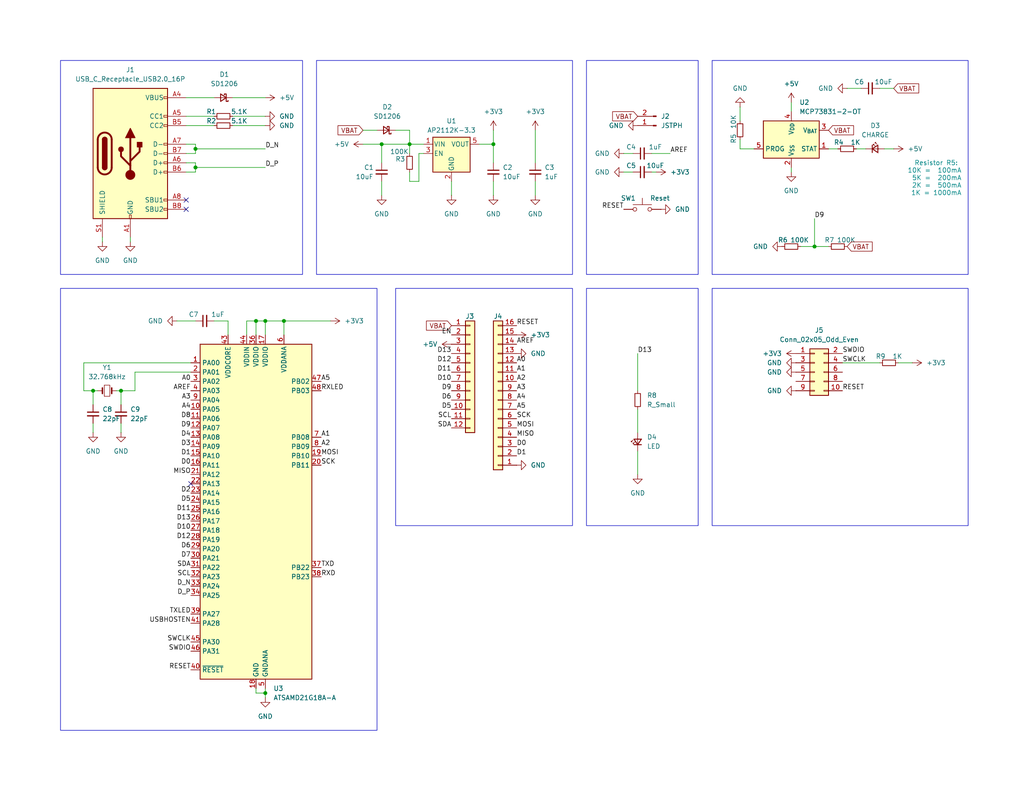
<source format=kicad_sch>
(kicad_sch (version 20231120) (generator "eeschema") (generator_version "8.0")
  (paper "USLetter")
  (title_block (title "Corginator v2 ATSAMD21G18") (date "2024-07-28") (rev "1.0") (company "Hugo Hu"))
  (lib_symbols
    (symbol "Battery_Management:MCP73831-2-OT"
      (property "Reference" "U" (at -7.62 6.35 0))
      (property "Value" "MCP73831-2-OT" (at 1.27 6.35 0))
      (symbol "MCP73831-2-OT_0_1"
        (rectangle (start -7.62 5.08) (end 7.62 -5.08) (stroke (width 0.254)) (fill (type background)))
      )
      (symbol "MCP73831-2-OT_1_1"
        (pin tri_state line (at 10.16 -2.54 180) (length 2.54) (name "STAT") (number "1"))
        (pin power_in line (at 0 -7.62 90) (length 2.54) (name "V_{SS}") (number "2"))
        (pin power_out line (at 10.16 2.54 180) (length 2.54) (name "V_{BAT}") (number "3"))
        (pin power_in line (at 0 7.62 270) (length 2.54) (name "V_{DD}") (number "4"))
        (pin input line (at -10.16 -2.54 0) (length 2.54) (name "PROG") (number "5"))
      )
    )
    (symbol "Connector:Conn_01x02_Pin" (pin_names (offset 1.016) hide)
      (property "Reference" "J" (at 0 2.54 0))
      (property "Value" "Conn_01x02_Pin" (at 0 -5.08 0))
      (symbol "Conn_01x02_Pin_1_1"
        (polyline (pts (xy 1.27 -2.54) (xy 0.8636 -2.54)) (stroke (width 0.1524)))
        (polyline (pts (xy 1.27 0) (xy 0.8636 0)) (stroke (width 0.1524)))
        (rectangle (start 0.8636 -2.413) (end 0 -2.667) (stroke (width 0.1524)) (fill (type outline)))
        (rectangle (start 0.8636 0.127) (end 0 -0.127) (stroke (width 0.1524)) (fill (type outline)))
        (pin passive line (at 5.08 0 180) (length 3.81) (name "Pin_1") (number "1"))
        (pin passive line (at 5.08 -2.54 180) (length 3.81) (name "Pin_2") (number "2"))
      )
    )
    (symbol "Connector:USB_C_Receptacle_USB2.0_16P" (pin_names (offset 1.016))
      (property "Reference" "J" (at 0 22.225 0))
      (property "Value" "USB_C_Receptacle_USB2.0_16P" (at 0 19.685 0))
      (symbol "USB_C_Receptacle_USB2.0_16P_0_0"
        (rectangle (start -0.254 -17.78) (end 0.254 -16.764))
        (rectangle (start 10.16 -14.986) (end 9.144 -15.494))
        (rectangle (start 10.16 -12.446) (end 9.144 -12.954))
        (rectangle (start 10.16 -4.826) (end 9.144 -5.334))
        (rectangle (start 10.16 -2.286) (end 9.144 -2.794))
        (rectangle (start 10.16 0.254) (end 9.144 -0.254))
        (rectangle (start 10.16 2.794) (end 9.144 2.286))
        (rectangle (start 10.16 7.874) (end 9.144 7.366))
        (rectangle (start 10.16 10.414) (end 9.144 9.906))
        (rectangle (start 10.16 15.494) (end 9.144 14.986))
      )
      (symbol "USB_C_Receptacle_USB2.0_16P_0_1"
        (rectangle (start -10.16 17.78) (end 10.16 -17.78) (stroke (width 0.254)) (fill (type background)))
        (arc (start -8.89 -3.81) (mid -6.985 -5.7067) (end -5.08 -3.81) (stroke (width 0.508)))
        (arc (start -7.62 -3.81) (mid -6.985 -4.4423) (end -6.35 -3.81) (stroke (width 0.254)))
        (arc (start -7.62 -3.81) (mid -6.985 -4.4423) (end -6.35 -3.81) (stroke (width 0.254)) (fill (type outline)))
        (rectangle (start -7.62 -3.81) (end -6.35 3.81) (stroke (width 0.254)) (fill (type outline)))
        (arc (start -6.35 3.81) (mid -6.985 4.4423) (end -7.62 3.81) (stroke (width 0.254)))
        (arc (start -6.35 3.81) (mid -6.985 4.4423) (end -7.62 3.81) (stroke (width 0.254)) (fill (type outline)))
        (arc (start -5.08 3.81) (mid -6.985 5.7067) (end -8.89 3.81) (stroke (width 0.508)))
        (circle (center -2.54 1.143) (radius 0.635) (stroke (width 0.254)) (fill (type outline)))
        (circle (center 0 -5.842) (radius 1.27) (fill (type outline)))
        (polyline (pts (xy -8.89 -3.81) (xy -8.89 3.81)) (stroke (width 0.508)))
        (polyline (pts (xy -5.08 3.81) (xy -5.08 -3.81)) (stroke (width 0.508)))
        (polyline (pts (xy 0 -5.842) (xy 0 4.318)) (stroke (width 0.508)))
        (polyline (pts (xy 0 -3.302) (xy -2.54 -0.762) (xy -2.54 0.508)) (stroke (width 0.508)))
        (polyline (pts (xy 0 -2.032) (xy 2.54 0.508) (xy 2.54 1.778)) (stroke (width 0.508)))
        (polyline (pts (xy -1.27 4.318) (xy 0 6.858) (xy 1.27 4.318) (xy -1.27 4.318)) (stroke (width 0.254)) (fill (type outline)))
        (rectangle (start 1.905 1.778) (end 3.175 3.048) (stroke (width 0.254)) (fill (type outline)))
      )
      (symbol "USB_C_Receptacle_USB2.0_16P_1_1"
        (pin passive line (at 0 -22.86 90) (length 5.08) (name "GND") (number "A1"))
        (pin passive line (at 0 -22.86 90) (length 5.08) hide (name "GND") (number "A12"))
        (pin passive line (at 15.24 15.24 180) (length 5.08) (name "VBUS") (number "A4"))
        (pin bidirectional line (at 15.24 10.16 180) (length 5.08) (name "CC1") (number "A5"))
        (pin bidirectional line (at 15.24 -2.54 180) (length 5.08) (name "D+") (number "A6"))
        (pin bidirectional line (at 15.24 2.54 180) (length 5.08) (name "D-") (number "A7"))
        (pin bidirectional line (at 15.24 -12.7 180) (length 5.08) (name "SBU1") (number "A8"))
        (pin passive line (at 15.24 15.24 180) (length 5.08) hide (name "VBUS") (number "A9"))
        (pin passive line (at 0 -22.86 90) (length 5.08) hide (name "GND") (number "B1"))
        (pin passive line (at 0 -22.86 90) (length 5.08) hide (name "GND") (number "B12"))
        (pin passive line (at 15.24 15.24 180) (length 5.08) hide (name "VBUS") (number "B4"))
        (pin bidirectional line (at 15.24 7.62 180) (length 5.08) (name "CC2") (number "B5"))
        (pin bidirectional line (at 15.24 -5.08 180) (length 5.08) (name "D+") (number "B6"))
        (pin bidirectional line (at 15.24 0 180) (length 5.08) (name "D-") (number "B7"))
        (pin bidirectional line (at 15.24 -15.24 180) (length 5.08) (name "SBU2") (number "B8"))
        (pin passive line (at 15.24 15.24 180) (length 5.08) hide (name "VBUS") (number "B9"))
        (pin passive line (at -7.62 -22.86 90) (length 5.08) (name "SHIELD") (number "S1"))
      )
    )
    (symbol "Connector_Generic:Conn_01x12" (pin_names (offset 1.016) hide)
      (property "Reference" "J" (at 0 15.24 0))
      (property "Value" "Conn_01x12" (at 0 -17.78 0))
      (symbol "Conn_01x12_1_1"
        (rectangle (start -1.27 -15.113) (end 0 -15.367) (stroke (width 0.1524)))
        (rectangle (start -1.27 -12.573) (end 0 -12.827) (stroke (width 0.1524)))
        (rectangle (start -1.27 -10.033) (end 0 -10.287) (stroke (width 0.1524)))
        (rectangle (start -1.27 -7.493) (end 0 -7.747) (stroke (width 0.1524)))
        (rectangle (start -1.27 -4.953) (end 0 -5.207) (stroke (width 0.1524)))
        (rectangle (start -1.27 -2.413) (end 0 -2.667) (stroke (width 0.1524)))
        (rectangle (start -1.27 0.127) (end 0 -0.127) (stroke (width 0.1524)))
        (rectangle (start -1.27 2.667) (end 0 2.413) (stroke (width 0.1524)))
        (rectangle (start -1.27 5.207) (end 0 4.953) (stroke (width 0.1524)))
        (rectangle (start -1.27 7.747) (end 0 7.493) (stroke (width 0.1524)))
        (rectangle (start -1.27 10.287) (end 0 10.033) (stroke (width 0.1524)))
        (rectangle (start -1.27 12.827) (end 0 12.573) (stroke (width 0.1524)))
        (rectangle (start -1.27 13.97) (end 1.27 -16.51) (stroke (width 0.254)) (fill (type background)))
        (pin passive line (at -5.08 12.7 0) (length 3.81) (name "Pin_1") (number "1"))
        (pin passive line (at -5.08 -10.16 0) (length 3.81) (name "Pin_10") (number "10"))
        (pin passive line (at -5.08 -12.7 0) (length 3.81) (name "Pin_11") (number "11"))
        (pin passive line (at -5.08 -15.24 0) (length 3.81) (name "Pin_12") (number "12"))
        (pin passive line (at -5.08 10.16 0) (length 3.81) (name "Pin_2") (number "2"))
        (pin passive line (at -5.08 7.62 0) (length 3.81) (name "Pin_3") (number "3"))
        (pin passive line (at -5.08 5.08 0) (length 3.81) (name "Pin_4") (number "4"))
        (pin passive line (at -5.08 2.54 0) (length 3.81) (name "Pin_5") (number "5"))
        (pin passive line (at -5.08 0 0) (length 3.81) (name "Pin_6") (number "6"))
        (pin passive line (at -5.08 -2.54 0) (length 3.81) (name "Pin_7") (number "7"))
        (pin passive line (at -5.08 -5.08 0) (length 3.81) (name "Pin_8") (number "8"))
        (pin passive line (at -5.08 -7.62 0) (length 3.81) (name "Pin_9") (number "9"))
      )
    )
    (symbol "Connector_Generic:Conn_01x16" (pin_names (offset 1.016) hide)
      (property "Reference" "J" (at 0 20.32 0))
      (property "Value" "Conn_01x16" (at 0 -22.86 0))
      (symbol "Conn_01x16_1_1"
        (rectangle (start -1.27 -20.193) (end 0 -20.447) (stroke (width 0.1524)))
        (rectangle (start -1.27 -17.653) (end 0 -17.907) (stroke (width 0.1524)))
        (rectangle (start -1.27 -15.113) (end 0 -15.367) (stroke (width 0.1524)))
        (rectangle (start -1.27 -12.573) (end 0 -12.827) (stroke (width 0.1524)))
        (rectangle (start -1.27 -10.033) (end 0 -10.287) (stroke (width 0.1524)))
        (rectangle (start -1.27 -7.493) (end 0 -7.747) (stroke (width 0.1524)))
        (rectangle (start -1.27 -4.953) (end 0 -5.207) (stroke (width 0.1524)))
        (rectangle (start -1.27 -2.413) (end 0 -2.667) (stroke (width 0.1524)))
        (rectangle (start -1.27 0.127) (end 0 -0.127) (stroke (width 0.1524)))
        (rectangle (start -1.27 2.667) (end 0 2.413) (stroke (width 0.1524)))
        (rectangle (start -1.27 5.207) (end 0 4.953) (stroke (width 0.1524)))
        (rectangle (start -1.27 7.747) (end 0 7.493) (stroke (width 0.1524)))
        (rectangle (start -1.27 10.287) (end 0 10.033) (stroke (width 0.1524)))
        (rectangle (start -1.27 12.827) (end 0 12.573) (stroke (width 0.1524)))
        (rectangle (start -1.27 15.367) (end 0 15.113) (stroke (width 0.1524)))
        (rectangle (start -1.27 17.907) (end 0 17.653) (stroke (width 0.1524)))
        (rectangle (start -1.27 19.05) (end 1.27 -21.59) (stroke (width 0.254)) (fill (type background)))
        (pin passive line (at -5.08 17.78 0) (length 3.81) (name "Pin_1") (number "1"))
        (pin passive line (at -5.08 -5.08 0) (length 3.81) (name "Pin_10") (number "10"))
        (pin passive line (at -5.08 -7.62 0) (length 3.81) (name "Pin_11") (number "11"))
        (pin passive line (at -5.08 -10.16 0) (length 3.81) (name "Pin_12") (number "12"))
        (pin passive line (at -5.08 -12.7 0) (length 3.81) (name "Pin_13") (number "13"))
        (pin passive line (at -5.08 -15.24 0) (length 3.81) (name "Pin_14") (number "14"))
        (pin passive line (at -5.08 -17.78 0) (length 3.81) (name "Pin_15") (number "15"))
        (pin passive line (at -5.08 -20.32 0) (length 3.81) (name "Pin_16") (number "16"))
        (pin passive line (at -5.08 15.24 0) (length 3.81) (name "Pin_2") (number "2"))
        (pin passive line (at -5.08 12.7 0) (length 3.81) (name "Pin_3") (number "3"))
        (pin passive line (at -5.08 10.16 0) (length 3.81) (name "Pin_4") (number "4"))
        (pin passive line (at -5.08 7.62 0) (length 3.81) (name "Pin_5") (number "5"))
        (pin passive line (at -5.08 5.08 0) (length 3.81) (name "Pin_6") (number "6"))
        (pin passive line (at -5.08 2.54 0) (length 3.81) (name "Pin_7") (number "7"))
        (pin passive line (at -5.08 0 0) (length 3.81) (name "Pin_8") (number "8"))
        (pin passive line (at -5.08 -2.54 0) (length 3.81) (name "Pin_9") (number "9"))
      )
    )
    (symbol "Connector_Generic:Conn_02x05_Odd_Even" (pin_names (offset 1.016) hide)
      (property "Reference" "J" (at 1.27 7.62 0))
      (property "Value" "Conn_02x05_Odd_Even" (at 1.27 -7.62 0))
      (symbol "Conn_02x05_Odd_Even_1_1"
        (rectangle (start -1.27 -4.953) (end 0 -5.207) (stroke (width 0.1524)))
        (rectangle (start -1.27 -2.413) (end 0 -2.667) (stroke (width 0.1524)))
        (rectangle (start -1.27 0.127) (end 0 -0.127) (stroke (width 0.1524)))
        (rectangle (start -1.27 2.667) (end 0 2.413) (stroke (width 0.1524)))
        (rectangle (start -1.27 5.207) (end 0 4.953) (stroke (width 0.1524)))
        (rectangle (start -1.27 6.35) (end 3.81 -6.35) (stroke (width 0.254)) (fill (type background)))
        (rectangle (start 3.81 -4.953) (end 2.54 -5.207) (stroke (width 0.1524)))
        (rectangle (start 3.81 -2.413) (end 2.54 -2.667) (stroke (width 0.1524)))
        (rectangle (start 3.81 0.127) (end 2.54 -0.127) (stroke (width 0.1524)))
        (rectangle (start 3.81 2.667) (end 2.54 2.413) (stroke (width 0.1524)))
        (rectangle (start 3.81 5.207) (end 2.54 4.953) (stroke (width 0.1524)))
        (pin passive line (at -5.08 5.08 0) (length 3.81) (name "Pin_1") (number "1"))
        (pin passive line (at 7.62 -5.08 180) (length 3.81) (name "Pin_10") (number "10"))
        (pin passive line (at 7.62 5.08 180) (length 3.81) (name "Pin_2") (number "2"))
        (pin passive line (at -5.08 2.54 0) (length 3.81) (name "Pin_3") (number "3"))
        (pin passive line (at 7.62 2.54 180) (length 3.81) (name "Pin_4") (number "4"))
        (pin passive line (at -5.08 0 0) (length 3.81) (name "Pin_5") (number "5"))
        (pin passive line (at 7.62 0 180) (length 3.81) (name "Pin_6") (number "6"))
        (pin passive line (at -5.08 -2.54 0) (length 3.81) (name "Pin_7") (number "7"))
        (pin passive line (at 7.62 -2.54 180) (length 3.81) (name "Pin_8") (number "8"))
        (pin passive line (at -5.08 -5.08 0) (length 3.81) (name "Pin_9") (number "9"))
      )
    )
    (symbol "Device:C_Small" (pin_numbers hide) (pin_names (offset 0.254) hide)
      (property "Reference" "C" (at 0.254 1.778 0))
      (property "Value" "C_Small" (at 0.254 -2.032 0))
      (symbol "C_Small_0_1"
        (polyline (pts (xy -1.524 -0.508) (xy 1.524 -0.508)) (stroke (width 0.3302)))
        (polyline (pts (xy -1.524 0.508) (xy 1.524 0.508)) (stroke (width 0.3048)))
      )
      (symbol "C_Small_1_1"
        (pin passive line (at 0 2.54 270) (length 2.032) (name "~") (number "1"))
        (pin passive line (at 0 -2.54 90) (length 2.032) (name "~") (number "2"))
      )
    )
    (symbol "Device:Crystal_Small" (pin_numbers hide) (pin_names (offset 1.016) hide)
      (property "Reference" "Y" (at 0 2.54 0))
      (property "Value" "Crystal_Small" (at 0 -2.54 0))
      (symbol "Crystal_Small_0_1"
        (rectangle (start -0.762 -1.524) (end 0.762 1.524))
        (polyline (pts (xy -1.27 -0.762) (xy -1.27 0.762)) (stroke (width 0.381)))
        (polyline (pts (xy 1.27 -0.762) (xy 1.27 0.762)) (stroke (width 0.381)))
      )
      (symbol "Crystal_Small_1_1"
        (pin passive line (at -2.54 0 0) (length 1.27) (name "1") (number "1"))
        (pin passive line (at 2.54 0 180) (length 1.27) (name "2") (number "2"))
      )
    )
    (symbol "Device:D_Schottky_Small" (pin_numbers hide) (pin_names (offset 0.254) hide)
      (property "Reference" "D" (at -1.27 2.032 0))
      (property "Value" "D_Schottky_Small" (at -7.112 -2.032 0))
      (symbol "D_Schottky_Small_0_1"
        (polyline (pts (xy -0.762 0) (xy 0.762 0)))
        (polyline (pts (xy 0.762 -1.016) (xy -0.762 0) (xy 0.762 1.016) (xy 0.762 -1.016)) (stroke (width 0.254)))
        (polyline (pts (xy -1.27 0.762) (xy -1.27 1.016) (xy -0.762 1.016) (xy -0.762 -1.016) (xy -0.254 -1.016) (xy -0.254 -0.762)) (stroke (width 0.254)))
      )
      (symbol "D_Schottky_Small_1_1"
        (pin passive line (at -2.54 0 0) (length 1.778) (name "K") (number "1"))
        (pin passive line (at 2.54 0 180) (length 1.778) (name "A") (number "2"))
      )
    )
    (symbol "Device:LED_Small" (pin_numbers hide) (pin_names (offset 0.254) hide)
      (property "Reference" "D" (at -1.27 3.175 0))
      (property "Value" "LED_Small" (at -4.445 -2.54 0))
      (symbol "LED_Small_0_1"
        (polyline (pts (xy -0.762 -1.016) (xy -0.762 1.016)) (stroke (width 0.254)))
        (polyline (pts (xy 1.016 0) (xy -0.762 0)))
        (polyline (pts (xy 0.762 -1.016) (xy -0.762 0) (xy 0.762 1.016) (xy 0.762 -1.016)) (stroke (width 0.254)))
        (polyline (pts (xy 0 0.762) (xy -0.508 1.27) (xy -0.254 1.27) (xy -0.508 1.27) (xy -0.508 1.016)))
        (polyline (pts (xy 0.508 1.27) (xy 0 1.778) (xy 0.254 1.778) (xy 0 1.778) (xy 0 1.524)))
      )
      (symbol "LED_Small_1_1"
        (pin passive line (at -2.54 0 0) (length 1.778) (name "K") (number "1"))
        (pin passive line (at 2.54 0 180) (length 1.778) (name "A") (number "2"))
      )
    )
    (symbol "Device:R_Small" (pin_numbers hide) (pin_names (offset 0.254) hide)
      (property "Reference" "R" (at 0.762 0.508 0))
      (property "Value" "R_Small" (at 0.762 -1.016 0))
      (symbol "R_Small_0_1"
        (rectangle (start -0.762 1.778) (end 0.762 -1.778) (stroke (width 0.2032)))
      )
      (symbol "R_Small_1_1"
        (pin passive line (at 0 2.54 270) (length 0.762) (name "~") (number "1"))
        (pin passive line (at 0 -2.54 90) (length 0.762) (name "~") (number "2"))
      )
    )
    (symbol "MCU_Microchip_SAMD:ATSAMD21G18A-A"
      (property "Reference" "U" (at -13.97 46.99 0))
      (property "Value" "ATSAMD21G18A-A" (at 16.51 46.99 0))
      (symbol "ATSAMD21G18A-A_0_1"
        (rectangle (start -15.24 45.72) (end 15.24 -45.72) (stroke (width 0.254)) (fill (type background)))
      )
      (symbol "ATSAMD21G18A-A_1_1"
        (pin bidirectional line (at -17.78 40.64 0) (length 2.54) (name "PA00") (number "1"))
        (pin bidirectional line (at -17.78 27.94 0) (length 2.54) (name "PA05") (number "10"))
        (pin bidirectional line (at -17.78 25.4 0) (length 2.54) (name "PA06") (number "11"))
        (pin bidirectional line (at -17.78 22.86 0) (length 2.54) (name "PA07") (number "12"))
        (pin bidirectional line (at -17.78 20.32 0) (length 2.54) (name "PA08") (number "13"))
        (pin bidirectional line (at -17.78 17.78 0) (length 2.54) (name "PA09") (number "14"))
        (pin bidirectional line (at -17.78 15.24 0) (length 2.54) (name "PA10") (number "15"))
        (pin bidirectional line (at -17.78 12.7 0) (length 2.54) (name "PA11") (number "16"))
        (pin power_in line (at 2.54 48.26 270) (length 2.54) (name "VDDIO") (number "17"))
        (pin power_in line (at 0 -48.26 90) (length 2.54) (name "GND") (number "18"))
        (pin bidirectional line (at 17.78 15.24 180) (length 2.54) (name "PB10") (number "19"))
        (pin bidirectional line (at -17.78 38.1 0) (length 2.54) (name "PA01") (number "2"))
        (pin bidirectional line (at 17.78 12.7 180) (length 2.54) (name "PB11") (number "20"))
        (pin bidirectional line (at -17.78 10.16 0) (length 2.54) (name "PA12") (number "21"))
        (pin bidirectional line (at -17.78 7.62 0) (length 2.54) (name "PA13") (number "22"))
        (pin bidirectional line (at -17.78 5.08 0) (length 2.54) (name "PA14") (number "23"))
        (pin bidirectional line (at -17.78 2.54 0) (length 2.54) (name "PA15") (number "24"))
        (pin bidirectional line (at -17.78 0 0) (length 2.54) (name "PA16") (number "25"))
        (pin bidirectional line (at -17.78 -2.54 0) (length 2.54) (name "PA17") (number "26"))
        (pin bidirectional line (at -17.78 -5.08 0) (length 2.54) (name "PA18") (number "27"))
        (pin bidirectional line (at -17.78 -7.62 0) (length 2.54) (name "PA19") (number "28"))
        (pin bidirectional line (at -17.78 -10.16 0) (length 2.54) (name "PA20") (number "29"))
        (pin bidirectional line (at -17.78 35.56 0) (length 2.54) (name "PA02") (number "3"))
        (pin bidirectional line (at -17.78 -12.7 0) (length 2.54) (name "PA21") (number "30"))
        (pin bidirectional line (at -17.78 -15.24 0) (length 2.54) (name "PA22") (number "31"))
        (pin bidirectional line (at -17.78 -17.78 0) (length 2.54) (name "PA23") (number "32"))
        (pin bidirectional line (at -17.78 -20.32 0) (length 2.54) (name "PA24") (number "33"))
        (pin bidirectional line (at -17.78 -22.86 0) (length 2.54) (name "PA25") (number "34"))
        (pin passive line (at 0 -48.26 90) (length 2.54) hide (name "GND") (number "35"))
        (pin power_in line (at 0 48.26 270) (length 2.54) (name "VDDIO") (number "36"))
        (pin bidirectional line (at 17.78 -15.24 180) (length 2.54) (name "PB22") (number "37"))
        (pin bidirectional line (at 17.78 -17.78 180) (length 2.54) (name "PB23") (number "38"))
        (pin bidirectional line (at -17.78 -27.94 0) (length 2.54) (name "PA27") (number "39"))
        (pin bidirectional line (at -17.78 33.02 0) (length 2.54) (name "PA03") (number "4"))
        (pin input line (at -17.78 -43.18 0) (length 2.54) (name "~{RESET}") (number "40"))
        (pin bidirectional line (at -17.78 -30.48 0) (length 2.54) (name "PA28") (number "41"))
        (pin passive line (at 0 -48.26 90) (length 2.54) hide (name "GND") (number "42"))
        (pin power_out line (at -7.62 48.26 270) (length 2.54) (name "VDDCORE") (number "43"))
        (pin power_in line (at -2.54 48.26 270) (length 2.54) (name "VDDIN") (number "44"))
        (pin bidirectional line (at -17.78 -35.56 0) (length 2.54) (name "PA30") (number "45"))
        (pin bidirectional line (at -17.78 -38.1 0) (length 2.54) (name "PA31") (number "46"))
        (pin bidirectional line (at 17.78 35.56 180) (length 2.54) (name "PB02") (number "47"))
        (pin bidirectional line (at 17.78 33.02 180) (length 2.54) (name "PB03") (number "48"))
        (pin power_in line (at 2.54 -48.26 90) (length 2.54) (name "GNDANA") (number "5"))
        (pin power_in line (at 7.62 48.26 270) (length 2.54) (name "VDDANA") (number "6"))
        (pin bidirectional line (at 17.78 20.32 180) (length 2.54) (name "PB08") (number "7"))
        (pin bidirectional line (at 17.78 17.78 180) (length 2.54) (name "PB09") (number "8"))
        (pin bidirectional line (at -17.78 30.48 0) (length 2.54) (name "PA04") (number "9"))
      )
    )
    (symbol "Regulator_Linear:AP2112K-3.3" (pin_names (offset 0.254))
      (property "Reference" "U" (at -5.08 5.715 0))
      (property "Value" "AP2112K-3.3" (at 0 5.715 0))
      (symbol "AP2112K-3.3_0_1"
        (rectangle (start -5.08 4.445) (end 5.08 -5.08) (stroke (width 0.254)) (fill (type background)))
      )
      (symbol "AP2112K-3.3_1_1"
        (pin power_in line (at -7.62 2.54 0) (length 2.54) (name "VIN") (number "1"))
        (pin power_in line (at 0 -7.62 90) (length 2.54) (name "GND") (number "2"))
        (pin input line (at -7.62 0 0) (length 2.54) (name "EN") (number "3"))
        (pin no_connect line (at 5.08 0 180) (length 2.54) hide (name "NC") (number "4"))
        (pin power_out line (at 7.62 2.54 180) (length 2.54) (name "VOUT") (number "5"))
      )
    )
    (symbol "Switch:SW_Push" (pin_numbers hide) (pin_names (offset 1.016) hide)
      (property "Reference" "SW" (at 1.27 2.54 0))
      (property "Value" "SW_Push" (at 0 -1.524 0))
      (symbol "SW_Push_0_1"
        (circle (center -2.032 0) (radius 0.508))
        (polyline (pts (xy 0 1.27) (xy 0 3.048)))
        (polyline (pts (xy 2.54 1.27) (xy -2.54 1.27)))
        (circle (center 2.032 0) (radius 0.508))
        (pin passive line (at -5.08 0 0) (length 2.54) (name "1") (number "1"))
        (pin passive line (at 5.08 0 180) (length 2.54) (name "2") (number "2"))
      )
    )
    (symbol "power:+3V3" (power) (pin_numbers hide) (pin_names (offset 0) hide)
      (property "Value" "+3V3" (at 0 3.556 0))
      (symbol "+3V3_0_1"
        (polyline (pts (xy -0.762 1.27) (xy 0 2.54)))
        (polyline (pts (xy 0 0) (xy 0 2.54)))
        (polyline (pts (xy 0 2.54) (xy 0.762 1.27)))
      )
      (symbol "+3V3_1_1"
        (pin power_in line (at 0 0 90) (length 0) (name "~") (number "1"))
      )
    )
    (symbol "power:+5V" (power) (pin_numbers hide) (pin_names (offset 0) hide)
      (property "Value" "+5V" (at 0 3.556 0))
      (symbol "+5V_0_1"
        (polyline (pts (xy -0.762 1.27) (xy 0 2.54)))
        (polyline (pts (xy 0 0) (xy 0 2.54)))
        (polyline (pts (xy 0 2.54) (xy 0.762 1.27)))
      )
      (symbol "+5V_1_1"
        (pin power_in line (at 0 0 90) (length 0) (name "~") (number "1"))
      )
    )
    (symbol "power:GND" (power) (pin_numbers hide) (pin_names (offset 0) hide)
      (property "Value" "GND" (at 0 -3.81 0))
      (symbol "GND_0_1"
        (polyline (pts (xy 0 0) (xy 0 -1.27) (xy 1.27 -1.27) (xy 0 -2.54) (xy -1.27 -1.27) (xy 0 -1.27)))
      )
      (symbol "GND_1_1"
        (pin power_in line (at 0 0 270) (length 0) (name "~") (number "1"))
      )
    )
  )
  (junction (at 222.25 67.31))
  (junction (at 33.02 106.68))
  (junction (at 72.39 189.23))
  (junction (at 104.14 39.37))
  (junction (at 53.34 45.72))
  (junction (at 25.4 106.68))
  (junction (at 72.39 87.63))
  (junction (at 134.62 39.37))
  (junction (at 111.76 39.37))
  (junction (at 69.85 87.63))
  (junction (at 77.47 87.63))
  (junction (at 53.34 40.64))
  (no_connect (at 50.8 54.61))
  (no_connect (at 52.07 132.08))
  (no_connect (at 50.8 57.15))
  (wire (pts (xy 25.4 118.11) (xy 25.4 115.57)))
  (wire (pts (xy 53.34 44.45) (xy 53.34 45.72)))
  (wire (pts (xy 27.94 66.04) (xy 27.94 64.77)))
  (wire (pts (xy 33.02 118.11) (xy 33.02 115.57)))
  (wire (pts (xy 231.14 24.13) (xy 234.95 24.13)))
  (wire (pts (xy 114.3 41.91) (xy 114.3 49.53)))
  (wire (pts (xy 50.8 26.67) (xy 58.42 26.67)))
  (wire (pts (xy 146.05 35.56) (xy 146.05 44.45)))
  (wire (pts (xy 53.34 39.37) (xy 53.34 40.64)))
  (wire (pts (xy 215.9 27.94) (xy 215.9 30.48)))
  (wire (pts (xy 50.8 31.75) (xy 58.42 31.75)))
  (wire (pts (xy 33.02 106.68) (xy 33.02 110.49)))
  (wire (pts (xy 69.85 87.63) (xy 72.39 87.63)))
  (wire (pts (xy 170.18 41.91) (xy 172.72 41.91)))
  (wire (pts (xy 50.8 44.45) (xy 53.34 44.45)))
  (wire (pts (xy 115.57 41.91) (xy 114.3 41.91)))
  (wire (pts (xy 173.99 96.52) (xy 173.99 106.68)))
  (wire (pts (xy 170.18 46.99) (xy 172.72 46.99)))
  (wire (pts (xy 173.99 129.54) (xy 173.99 123.19)))
  (wire (pts (xy 72.39 87.63) (xy 77.47 87.63)))
  (wire (pts (xy 63.5 26.67) (xy 72.39 26.67)))
  (wire (pts (xy 233.68 40.64) (xy 236.22 40.64)))
  (wire (pts (xy 243.84 40.64) (xy 241.3 40.64)))
  (wire (pts (xy 215.9 46.99) (xy 215.9 45.72)))
  (wire (pts (xy 25.4 106.68) (xy 25.4 110.49)))
  (wire (pts (xy 50.8 39.37) (xy 53.34 39.37)))
  (wire (pts (xy 36.83 106.68) (xy 36.83 101.6)))
  (wire (pts (xy 35.56 66.04) (xy 35.56 64.77)))
  (wire (pts (xy 134.62 39.37) (xy 134.62 44.45)))
  (wire (pts (xy 25.4 106.68) (xy 26.67 106.68)))
  (wire (pts (xy 177.8 46.99) (xy 179.07 46.99)))
  (wire (pts (xy 218.44 67.31) (xy 222.25 67.31)))
  (wire (pts (xy 53.34 41.91) (xy 50.8 41.91)))
  (wire (pts (xy 104.14 49.53) (xy 104.14 53.34)))
  (wire (pts (xy 104.14 39.37) (xy 111.76 39.37)))
  (wire (pts (xy 134.62 35.56) (xy 134.62 39.37)))
  (wire (pts (xy 104.14 39.37) (xy 104.14 44.45)))
  (wire (pts (xy 50.8 34.29) (xy 58.42 34.29)))
  (wire (pts (xy 123.19 53.34) (xy 123.19 49.53)))
  (wire (pts (xy 33.02 106.68) (xy 36.83 106.68)))
  (wire (pts (xy 111.76 49.53) (xy 111.76 46.99)))
  (wire (pts (xy 177.8 41.91) (xy 182.88 41.91)))
  (wire (pts (xy 62.23 91.44) (xy 62.23 87.63)))
  (wire (pts (xy 72.39 87.63) (xy 72.39 91.44)))
  (wire (pts (xy 111.76 35.56) (xy 111.76 39.37)))
  (wire (pts (xy 114.3 49.53) (xy 111.76 49.53)))
  (wire (pts (xy 31.75 106.68) (xy 33.02 106.68)))
  (wire (pts (xy 53.34 45.72) (xy 53.34 46.99)))
  (wire (pts (xy 99.06 35.56) (xy 102.87 35.56)))
  (wire (pts (xy 173.99 111.76) (xy 173.99 118.11)))
  (wire (pts (xy 134.62 53.34) (xy 134.62 49.53)))
  (wire (pts (xy 201.93 40.64) (xy 205.74 40.64)))
  (wire (pts (xy 222.25 67.31) (xy 226.06 67.31)))
  (wire (pts (xy 248.92 99.06) (xy 245.11 99.06)))
  (wire (pts (xy 107.95 35.56) (xy 111.76 35.56)))
  (wire (pts (xy 99.06 39.37) (xy 104.14 39.37)))
  (wire (pts (xy 67.31 91.44) (xy 67.31 87.63)))
  (wire (pts (xy 69.85 87.63) (xy 69.85 91.44)))
  (wire (pts (xy 69.85 189.23) (xy 72.39 189.23)))
  (wire (pts (xy 240.03 24.13) (xy 243.84 24.13)))
  (wire (pts (xy 63.5 31.75) (xy 72.39 31.75)))
  (wire (pts (xy 111.76 39.37) (xy 111.76 41.91)))
  (wire (pts (xy 63.5 34.29) (xy 72.39 34.29)))
  (wire (pts (xy 72.39 190.5) (xy 72.39 189.23)))
  (wire (pts (xy 229.87 99.06) (xy 240.03 99.06)))
  (wire (pts (xy 226.06 40.64) (xy 228.6 40.64)))
  (wire (pts (xy 53.34 40.64) (xy 53.34 41.91)))
  (wire (pts (xy 53.34 40.64) (xy 72.39 40.64)))
  (wire (pts (xy 50.8 46.99) (xy 53.34 46.99)))
  (wire (pts (xy 67.31 87.63) (xy 69.85 87.63)))
  (wire (pts (xy 201.93 29.21) (xy 201.93 33.02)))
  (wire (pts (xy 222.25 59.69) (xy 222.25 67.31)))
  (wire (pts (xy 111.76 39.37) (xy 115.57 39.37)))
  (wire (pts (xy 53.34 45.72) (xy 72.39 45.72)))
  (wire (pts (xy 58.42 87.63) (xy 62.23 87.63)))
  (wire (pts (xy 52.07 99.06) (xy 22.86 99.06)))
  (wire (pts (xy 22.86 99.06) (xy 22.86 106.68)))
  (wire (pts (xy 77.47 87.63) (xy 90.17 87.63)))
  (wire (pts (xy 201.93 38.1) (xy 201.93 40.64)))
  (wire (pts (xy 69.85 187.96) (xy 69.85 189.23)))
  (wire (pts (xy 22.86 106.68) (xy 25.4 106.68)))
  (wire (pts (xy 130.81 39.37) (xy 134.62 39.37)))
  (wire (pts (xy 36.83 101.6) (xy 52.07 101.6)))
  (wire (pts (xy 48.26 87.63) (xy 53.34 87.63)))
  (wire (pts (xy 77.47 87.63) (xy 77.47 91.44)))
  (wire (pts (xy 72.39 189.23) (xy 72.39 187.96)))
  (wire (pts (xy 146.05 49.53) (xy 146.05 53.34)))
  (rectangle (start 160.02 16.51) (end 190.5 74.93))
  (rectangle (start 86.36 16.51) (end 156.21 74.93))
  (rectangle (start 194.31 78.74) (end 264.16 143.51))
  (rectangle (start 160.02 78.74) (end 190.5 143.51))
  (rectangle (start 107.95 78.74) (end 156.21 143.51))
  (rectangle (start 16.51 16.51) (end 82.55 74.93))
  (rectangle (start 16.51 78.74) (end 102.87 199.39))
  (rectangle (start 194.31 16.51) (end 264.16 74.93))
  (text "  Resistor R5: \n10K =  100mA\n 5K =  200mA\n 2K =  500mA\n 1K = 1000mA" (at 262.382 48.768 0) (effects (font (size 1.27 1.27)) (justify right)))
  (label "A0" (at 52.07 104.14 180))
  (label "SWCLK" (at 52.07 175.26 180))
  (label "D10" (at 52.07 144.78 180))
  (label "D7" (at 52.07 152.4 180))
  (label "D13" (at 52.07 142.24 180))
  (label "MOSI" (at 140.97 116.84 0))
  (label "D_P" (at 72.39 45.72 0))
  (label "D9" (at 123.19 106.68 180))
  (label "D8" (at 52.07 114.3 180))
  (label "D0" (at 140.97 121.92 0))
  (label "A0" (at 140.97 99.06 0))
  (label "SWCLK" (at 229.87 99.06 0))
  (label "RESET" (at 170.18 57.15 180))
  (label "D1" (at 52.07 124.46 180))
  (label "D13" (at 173.99 96.52 0))
  (label "A1" (at 87.63 119.38 0))
  (label "SDA" (at 52.07 154.94 180))
  (label "D13" (at 123.19 96.52 180))
  (label "A4" (at 140.97 109.22 0))
  (label "TXD" (at 87.63 154.94 0))
  (label "D1" (at 140.97 124.46 0))
  (label "SCK" (at 87.63 127 0))
  (label "D11" (at 123.19 101.6 180))
  (label "MISO" (at 52.07 129.54 180))
  (label "D5" (at 123.19 111.76 180))
  (label "AREF" (at 52.07 106.68 180))
  (label "A4" (at 52.07 111.76 180))
  (label "D_N" (at 72.39 40.64 0))
  (label "D11" (at 52.07 139.7 180))
  (label "A2" (at 140.97 104.14 0))
  (label "D2" (at 52.07 134.62 180))
  (label "D4" (at 52.07 119.38 180))
  (label "D_N" (at 52.07 160.02 180))
  (label "A2" (at 87.63 121.92 0))
  (label "SDA" (at 123.19 116.84 180))
  (label "AREF" (at 182.88 41.91 0))
  (label "AREF" (at 140.97 93.98 0))
  (label "RESET" (at 52.07 182.88 180))
  (label "MISO" (at 140.97 119.38 0))
  (label "A1" (at 140.97 101.6 0))
  (label "RESET" (at 229.87 106.68 0))
  (label "RESET" (at 140.97 88.9 0))
  (label "D12" (at 52.07 147.32 180))
  (label "D12" (at 123.19 99.06 180))
  (label "SWDIO" (at 52.07 177.8 180))
  (label "SCL" (at 52.07 157.48 180))
  (label "SWDIO" (at 229.87 96.52 0))
  (label "A5" (at 140.97 111.76 0))
  (label "SCL" (at 123.19 114.3 180))
  (label "USBHOSTEN" (at 52.07 170.18 180))
  (label "MOSI" (at 87.63 124.46 0))
  (label "D9" (at 52.07 116.84 180))
  (label "SCK" (at 140.97 114.3 0))
  (label "D9" (at 222.25 59.69 0))
  (label "D10" (at 123.19 104.14 180))
  (label "RXD" (at 87.63 157.48 0))
  (label "EN" (at 123.19 91.44 180))
  (label "D0" (at 52.07 127 180))
  (label "D3" (at 52.07 121.92 180))
  (label "D_P" (at 52.07 162.56 180))
  (label "A5" (at 87.63 104.14 0))
  (label "A3" (at 140.97 106.68 0))
  (label "TXLED" (at 52.07 167.64 180))
  (label "A3" (at 52.07 109.22 180))
  (label "D6" (at 123.19 109.22 180))
  (label "D5" (at 52.07 137.16 180))
  (label "RXLED" (at 87.63 106.68 0))
  (label "D6" (at 52.07 149.86 180))
  (global_label "VBAT" (shape input) (at 226.06 35.56 0) (property "Intersheetrefs" "${INTERSHEET_REFS}" (effects (hide yes))))
  (global_label "VBAT" (shape input) (at 243.84 24.13 0) (property "Intersheetrefs" "${INTERSHEET_REFS}" (effects (hide yes))))
  (global_label "VBAT" (shape input) (at 99.06 35.56 180) (property "Intersheetrefs" "${INTERSHEET_REFS}" (effects (hide yes))))
  (global_label "VBAT" (shape input) (at 231.14 67.31 0) (property "Intersheetrefs" "${INTERSHEET_REFS}" (effects (hide yes))))
  (global_label "VBAT" (shape input) (at 173.99 31.75 180) (property "Intersheetrefs" "${INTERSHEET_REFS}" (effects (hide yes))))
  (global_label "VBAT" (shape input) (at 123.19 88.9 180) (property "Intersheetrefs" "${INTERSHEET_REFS}" (effects (hide yes))))
  (symbol (lib_id "power:GND") (at 217.17 99.06 270) (unit 1)
    (property "Reference" "#PWR033" (effects (hide yes)))
    (property "Value" "GND" (at 213.36 99.0599 90) (effects (justify right)))
    (property "Description" "Power symbol creates a global label with name \"GND\" , ground" (effects (hide yes)))
  )
  (symbol (lib_id "power:+3V3") (at 134.62 35.56 0) (unit 1)
    (property "Reference" "#PWR010" (effects (hide yes)))
    (property "Value" "+3V3" (at 134.62 30.48 0))
    (property "Description" "Power symbol creates a global label with name \"+3V3\"" (effects (hide yes)))
  )
  (symbol (lib_id "power:GND") (at 215.9 46.99 0) (unit 1)
    (property "Reference" "#PWR022" (effects (hide yes)))
    (property "Value" "GND" (at 215.9 52.07 0))
    (property "Description" "Power symbol creates a global label with name \"GND\" , ground" (effects (hide yes)))
  )
  (symbol (lib_id "power:GND") (at 140.97 96.52 90) (unit 1)
    (property "Reference" "#PWR029" (effects (hide yes)))
    (property "Value" "GND" (at 144.78 96.5199 90) (effects (justify right)))
    (property "Description" "Power symbol creates a global label with name \"GND\" , ground" (effects (hide yes)))
  )
  (symbol (lib_id "power:GND") (at 72.39 34.29 90) (unit 1)
    (property "Reference" "#PWR03" (effects (hide yes)))
    (property "Value" "GND" (at 76.2 34.2899 90) (effects (justify right)))
    (property "Description" "Power symbol creates a global label with name \"GND\" , ground" (effects (hide yes)))
  )
  (symbol (lib_id "power:GND") (at 170.18 41.91 270) (unit 1)
    (property "Reference" "#PWR014" (effects (hide yes)))
    (property "Value" "GND" (at 166.37 41.9099 90) (effects (justify right)))
    (property "Description" "Power symbol creates a global label with name \"GND\" , ground" (effects (hide yes)))
  )
  (symbol (lib_id "power:+3V3") (at 179.07 46.99 270) (unit 1)
    (property "Reference" "#PWR015" (effects (hide yes)))
    (property "Value" "+3V3" (at 182.88 46.9899 90) (effects (justify left)))
    (property "Description" "Power symbol creates a global label with name \"+3V3\"" (effects (hide yes)))
  )
  (symbol (lib_id "Device:Crystal_Small") (at 29.21 106.68 180) (unit 1)
    (property "Reference" "Y1" (at 29.21 100.33 0))
    (property "Value" "32.768kHz" (at 29.21 102.87 0))
    (property "Footprint" "Crystal:Crystal_Round_D3.0mm_Vertical" (effects (hide yes)))
    (property "Description" "Two pin crystal, small symbol" (effects (hide yes)))
  )
  (symbol (lib_id "Device:C_Small") (at 25.4 113.03 0) (unit 1)
    (property "Reference" "C8" (at 27.94 111.7662 0) (effects (justify left)))
    (property "Value" "22pF" (at 27.94 114.3062 0) (effects (justify left)))
    (property "Footprint" "Capacitor_SMD:C_0603_1608Metric_Pad1.08x0.95mm_HandSolder" (effects (hide yes)))
    (property "Description" "Unpolarized capacitor, small symbol" (effects (hide yes)))
  )
  (symbol (lib_id "power:GND") (at 217.17 106.68 270) (unit 1)
    (property "Reference" "#PWR035" (effects (hide yes)))
    (property "Value" "GND" (at 213.36 106.6799 90) (effects (justify right)))
    (property "Description" "Power symbol creates a global label with name \"GND\" , ground" (effects (hide yes)))
  )
  (symbol (lib_id "power:GND") (at 123.19 53.34 0) (unit 1)
    (property "Reference" "#PWR08" (effects (hide yes)))
    (property "Value" "GND" (at 123.19 58.42 0))
    (property "Description" "Power symbol creates a global label with name \"GND\" , ground" (effects (hide yes)))
  )
  (symbol (lib_id "Device:LED_Small") (at 238.76 40.64 0) (unit 1)
    (property "Reference" "D3" (at 238.8235 34.29 0))
    (property "Value" "CHARGE" (at 238.8235 36.83 0))
    (property "Footprint" "LED_SMD:LED_0603_1608Metric_Pad1.05x0.95mm_HandSolder" (effects (hide yes)))
    (property "Description" "Light emitting diode, small symbol" (effects (hide yes)))
  )
  (symbol (lib_id "Device:C_Small") (at 134.62 46.99 0) (unit 1)
    (property "Reference" "C2" (at 137.16 45.7262 0) (effects (justify left)))
    (property "Value" "10uF" (at 137.16 48.2662 0) (effects (justify left)))
    (property "Footprint" "Capacitor_SMD:C_0603_1608Metric_Pad1.08x0.95mm_HandSolder" (effects (hide yes)))
    (property "Description" "Unpolarized capacitor, small symbol" (effects (hide yes)))
  )
  (symbol (lib_id "power:GND") (at 180.34 57.15 90) (unit 1)
    (property "Reference" "#PWR017" (effects (hide yes)))
    (property "Value" "GND" (at 184.15 57.1499 90) (effects (justify right)))
    (property "Description" "Power symbol creates a global label with name \"GND\" , ground" (effects (hide yes)))
  )
  (symbol (lib_id "Device:D_Schottky_Small") (at 60.96 26.67 180) (unit 1)
    (property "Reference" "D1" (at 61.214 20.32 0))
    (property "Value" "SD1206" (at 61.214 22.86 0))
    (property "Footprint" "Diode_SMD:D_1206_3216Metric_Pad1.42x1.75mm_HandSolder" (effects (hide yes)))
    (property "Description" "Schottky diode, small symbol" (effects (hide yes)))
  )
  (symbol (lib_id "Device:LED_Small") (at 173.99 120.65 90) (unit 1)
    (property "Reference" "D4" (at 176.53 119.3164 90) (effects (justify right)))
    (property "Value" "LED" (at 176.53 121.8564 90) (effects (justify right)))
    (property "Footprint" "LED_SMD:LED_0805_2012Metric_Pad1.15x1.40mm_HandSolder" (effects (hide yes)))
    (property "Description" "Light emitting diode, small symbol" (effects (hide yes)))
  )
  (symbol (lib_id "power:+5V") (at 99.06 39.37 90) (unit 1)
    (property "Reference" "#PWR06" (effects (hide yes)))
    (property "Value" "+5V" (at 95.25 39.3699 90) (effects (justify left)))
    (property "Description" "Power symbol creates a global label with name \"+5V\"" (effects (hide yes)))
  )
  (symbol (lib_id "power:+3V3") (at 146.05 35.56 0) (unit 1)
    (property "Reference" "#PWR011" (effects (hide yes)))
    (property "Value" "+3V3" (at 146.05 30.48 0))
    (property "Description" "Power symbol creates a global label with name \"+3V3\"" (effects (hide yes)))
  )
  (symbol (lib_id "Regulator_Linear:AP2112K-3.3") (at 123.19 41.91 0) (unit 1)
    (property "Reference" "U1" (at 123.19 33.02 0))
    (property "Value" "AP2112K-3.3" (at 123.19 35.56 0))
    (property "Footprint" "Package_TO_SOT_SMD:SOT-23-5" (effects (hide yes)))
    (property "Datasheet" "https://www.diodes.com/assets/Datasheets/AP2112.pdf" (effects (hide yes)))
    (property "Description" "600mA low dropout linear regulator, with enable pin, 3.8V-6V input voltage range, 3.3V fixed positive output, SOT-23-5" (effects (hide yes)))
  )
  (symbol (lib_id "power:GND") (at 213.36 67.31 270) (unit 1)
    (property "Reference" "#PWR023" (effects (hide yes)))
    (property "Value" "GND" (at 209.55 67.3099 90) (effects (justify right)))
    (property "Description" "Power symbol creates a global label with name \"GND\" , ground" (effects (hide yes)))
  )
  (symbol (lib_id "power:GND") (at 134.62 53.34 0) (unit 1)
    (property "Reference" "#PWR09" (effects (hide yes)))
    (property "Value" "GND" (at 134.62 58.42 0))
    (property "Description" "Power symbol creates a global label with name \"GND\" , ground" (effects (hide yes)))
  )
  (symbol (lib_id "power:GND") (at 72.39 190.5 0) (unit 1)
    (property "Reference" "#PWR026" (effects (hide yes)))
    (property "Value" "GND" (at 72.39 195.58 0))
    (property "Description" "Power symbol creates a global label with name \"GND\" , ground" (effects (hide yes)))
  )
  (symbol (lib_id "Device:D_Schottky_Small") (at 105.41 35.56 180) (unit 1)
    (property "Reference" "D2" (at 105.664 29.21 0))
    (property "Value" "SD1206" (at 105.664 31.75 0))
    (property "Footprint" "Diode_SMD:D_1206_3216Metric_Pad1.42x1.75mm_HandSolder" (effects (hide yes)))
    (property "Description" "Schottky diode, small symbol" (effects (hide yes)))
  )
  (symbol (lib_id "Device:R_Small") (at 228.6 67.31 90) (unit 1)
    (property "Reference" "R7" (at 226.314 65.532 90))
    (property "Value" "100K" (at 230.886 65.532 90))
    (property "Footprint" "Resistor_SMD:R_0603_1608Metric_Pad0.98x0.95mm_HandSolder" (effects (hide yes)))
    (property "Description" "Resistor, small symbol" (effects (hide yes)))
  )
  (symbol (lib_id "Switch:SW_Push") (at 175.26 57.15 0) (unit 1)
    (property "Reference" "SW1" (at 171.45 54.102 0))
    (property "Value" "Reset" (at 180.086 54.102 0))
    (property "Footprint" "Button_Switch_SMD:SW_SPST_PTS645" (effects (hide yes)))
    (property "Description" "Push button switch, generic, two pins" (effects (hide yes)))
  )
  (symbol (lib_id "Connector:USB_C_Receptacle_USB2.0_16P") (at 35.56 41.91 0) (unit 1)
    (property "Reference" "J1" (at 35.56 19.05 0))
    (property "Value" "USB_C_Receptacle_USB2.0_16P" (at 35.56 21.59 0))
    (property "Footprint" "Connector_USB:USB_C_Receptacle_HRO_TYPE-C-31-M-12" (effects (hide yes)))
    (property "Datasheet" "https://www.usb.org/sites/default/files/documents/usb_type-c.zip" (effects (hide yes)))
    (property "Description" "USB 2.0-only 16P Type-C Receptacle connector" (effects (hide yes)))
  )
  (symbol (lib_id "power:GND") (at 25.4 118.11 0) (unit 1)
    (property "Reference" "#PWR038" (effects (hide yes)))
    (property "Value" "GND" (at 25.4 123.19 0))
    (property "Description" "Power symbol creates a global label with name \"GND\" , ground" (effects (hide yes)))
  )
  (symbol (lib_id "Device:R_Small") (at 60.96 31.75 90) (unit 1)
    (property "Reference" "R1" (at 57.658 30.48 90))
    (property "Value" "5.1K" (at 65.278 30.48 90))
    (property "Footprint" "Resistor_SMD:R_0603_1608Metric_Pad0.98x0.95mm_HandSolder" (effects (hide yes)))
    (property "Description" "Resistor, small symbol" (effects (hide yes)))
  )
  (symbol (lib_id "power:+3V3") (at 140.97 91.44 270) (unit 1)
    (property "Reference" "#PWR028" (effects (hide yes)))
    (property "Value" "+3V3" (at 144.78 91.4399 90) (effects (justify left)))
    (property "Description" "Power symbol creates a global label with name \"+3V3\"" (effects (hide yes)))
  )
  (symbol (lib_id "Device:R_Small") (at 242.57 99.06 90) (unit 1)
    (property "Reference" "R9" (at 240.284 97.282 90))
    (property "Value" "1K" (at 244.856 97.282 90))
    (property "Footprint" "Resistor_SMD:R_0603_1608Metric_Pad0.98x0.95mm_HandSolder" (effects (hide yes)))
    (property "Description" "Resistor, small symbol" (effects (hide yes)))
  )
  (symbol (lib_id "power:GND") (at 35.56 66.04 0) (unit 1)
    (property "Reference" "#PWR04" (effects (hide yes)))
    (property "Value" "GND" (at 35.56 71.12 0))
    (property "Description" "Power symbol creates a global label with name \"GND\" , ground" (effects (hide yes)))
  )
  (symbol (lib_id "Device:R_Small") (at 215.9 67.31 90) (unit 1)
    (property "Reference" "R6" (at 213.614 65.532 90))
    (property "Value" "100K" (at 218.186 65.532 90))
    (property "Footprint" "Resistor_SMD:R_0603_1608Metric_Pad0.98x0.95mm_HandSolder" (effects (hide yes)))
    (property "Description" "Resistor, small symbol" (effects (hide yes)))
  )
  (symbol (lib_id "Connector:Conn_01x02_Pin") (at 179.07 34.29 180) (unit 1)
    (property "Reference" "J2" (at 180.34 31.7499 0) (effects (justify right)))
    (property "Value" "JSTPH" (at 180.34 34.2899 0) (effects (justify right)))
    (property "Footprint" "Connector_JST:JST_PH_B2B-PH-SM4-TB_1x02-1MP_P2.00mm_Vertical" (effects (hide yes)))
    (property "Description" "Generic connector, single row, 01x02, script generated" (effects (hide yes)))
  )
  (symbol (lib_id "Battery_Management:MCP73831-2-OT") (at 215.9 38.1 0) (unit 1)
    (property "Reference" "U2" (at 218.0941 27.94 0) (effects (justify left)))
    (property "Value" "MCP73831-2-OT" (at 218.0941 30.48 0) (effects (justify left)))
    (property "Footprint" "Package_TO_SOT_SMD:SOT-23-5" (effects (hide yes)))
    (property "Datasheet" "http://ww1.microchip.com/downloads/en/DeviceDoc/20001984g.pdf" (effects (hide yes)))
    (property "Description" "Single cell, Li-Ion/Li-Po charge management controller, 4.20V, Tri-State Status Output, in SOT23-5 package" (effects (hide yes)))
  )
  (symbol (lib_id "Device:C_Small") (at 33.02 113.03 0) (unit 1)
    (property "Reference" "C9" (at 35.56 111.7662 0) (effects (justify left)))
    (property "Value" "22pF" (at 35.56 114.3062 0) (effects (justify left)))
    (property "Footprint" "Capacitor_SMD:C_0603_1608Metric_Pad1.08x0.95mm_HandSolder" (effects (hide yes)))
    (property "Description" "Unpolarized capacitor, small symbol" (effects (hide yes)))
  )
  (symbol (lib_id "power:+3V3") (at 217.17 96.52 90) (unit 1)
    (property "Reference" "#PWR032" (effects (hide yes)))
    (property "Value" "+3V3" (at 213.36 96.5199 90) (effects (justify left)))
    (property "Description" "Power symbol creates a global label with name \"+3V3\"" (effects (hide yes)))
  )
  (symbol (lib_id "Device:R_Small") (at 231.14 40.64 90) (unit 1)
    (property "Reference" "R4" (at 228.854 38.862 90))
    (property "Value" "1K" (at 233.426 38.862 90))
    (property "Footprint" "Resistor_SMD:R_0603_1608Metric_Pad0.98x0.95mm_HandSolder" (effects (hide yes)))
    (property "Description" "Resistor, small symbol" (effects (hide yes)))
  )
  (symbol (lib_id "power:+3V3") (at 90.17 87.63 270) (unit 1)
    (property "Reference" "#PWR025" (effects (hide yes)))
    (property "Value" "+3V3" (at 93.98 87.6299 90) (effects (justify left)))
    (property "Description" "Power symbol creates a global label with name \"+3V3\"" (effects (hide yes)))
  )
  (symbol (lib_id "power:GND") (at 33.02 118.11 0) (unit 1)
    (property "Reference" "#PWR037" (effects (hide yes)))
    (property "Value" "GND" (at 33.02 123.19 0))
    (property "Description" "Power symbol creates a global label with name \"GND\" , ground" (effects (hide yes)))
  )
  (symbol (lib_id "power:GND") (at 173.99 129.54 0) (unit 1)
    (property "Reference" "#PWR031" (effects (hide yes)))
    (property "Value" "GND" (at 173.99 134.62 0))
    (property "Description" "Power symbol creates a global label with name \"GND\" , ground" (effects (hide yes)))
  )
  (symbol (lib_id "Device:R_Small") (at 173.99 109.22 0) (unit 1)
    (property "Reference" "R8" (at 176.53 107.9499 0) (effects (justify left)))
    (property "Value" "R_Small" (at 176.53 110.4899 0) (effects (justify left)))
    (property "Footprint" "Resistor_SMD:R_0603_1608Metric_Pad0.98x0.95mm_HandSolder" (effects (hide yes)))
    (property "Description" "Resistor, small symbol" (effects (hide yes)))
  )
  (symbol (lib_id "Device:C_Small") (at 55.88 87.63 90) (unit 1)
    (property "Reference" "C7" (at 52.832 85.852 90))
    (property "Value" "1uF" (at 59.436 85.852 90))
    (property "Footprint" "Capacitor_SMD:C_0603_1608Metric_Pad1.08x0.95mm_HandSolder" (effects (hide yes)))
    (property "Description" "Unpolarized capacitor, small symbol" (effects (hide yes)))
  )
  (symbol (lib_id "power:GND") (at 146.05 53.34 0) (unit 1)
    (property "Reference" "#PWR012" (effects (hide yes)))
    (property "Value" "GND" (at 146.05 58.42 0))
    (property "Description" "Power symbol creates a global label with name \"GND\" , ground" (effects (hide yes)))
  )
  (symbol (lib_id "MCU_Microchip_SAMD:ATSAMD21G18A-A") (at 69.85 139.7 0) (unit 1)
    (property "Reference" "U3" (at 74.5841 187.96 0) (effects (justify left)))
    (property "Value" "ATSAMD21G18A-A" (at 74.5841 190.5 0) (effects (justify left)))
    (property "Footprint" "Package_QFP:TQFP-48_7x7mm_P0.5mm" (effects (hide yes)))
    (property "Datasheet" "http://ww1.microchip.com/downloads/en/DeviceDoc/SAM_D21_DA1_Family_Data%20Sheet_DS40001882E.pdf" (effects (hide yes)))
    (property "Description" "SAM D21 Microchip SMART ARM-based Flash MCU, 48Mhz, 256K Flash, 32K SRAM, TQFP-48" (effects (hide yes)))
  )
  (symbol (lib_id "Device:C_Small") (at 175.26 41.91 90) (unit 1)
    (property "Reference" "C4" (at 172.212 40.132 90))
    (property "Value" "1uF" (at 178.816 40.132 90))
    (property "Footprint" "Capacitor_SMD:C_0603_1608Metric_Pad1.08x0.95mm_HandSolder" (effects (hide yes)))
    (property "Description" "Unpolarized capacitor, small symbol" (effects (hide yes)))
  )
  (symbol (lib_id "power:GND") (at 104.14 53.34 0) (unit 1)
    (property "Reference" "#PWR07" (effects (hide yes)))
    (property "Value" "GND" (at 104.14 58.42 0))
    (property "Description" "Power symbol creates a global label with name \"GND\" , ground" (effects (hide yes)))
  )
  (symbol (lib_id "power:GND") (at 173.99 34.29 270) (unit 1)
    (property "Reference" "#PWR013" (effects (hide yes)))
    (property "Value" "GND" (at 170.18 34.2899 90) (effects (justify right)))
    (property "Description" "Power symbol creates a global label with name \"GND\" , ground" (effects (hide yes)))
  )
  (symbol (lib_id "power:GND") (at 140.97 127 90) (unit 1)
    (property "Reference" "#PWR030" (effects (hide yes)))
    (property "Value" "GND" (at 144.78 126.9999 90) (effects (justify right)))
    (property "Description" "Power symbol creates a global label with name \"GND\" , ground" (effects (hide yes)))
  )
  (symbol (lib_id "Device:C_Small") (at 175.26 46.99 90) (unit 1)
    (property "Reference" "C5" (at 172.212 45.212 90))
    (property "Value" "10uF" (at 178.816 45.212 90))
    (property "Footprint" "Capacitor_SMD:C_0603_1608Metric_Pad1.08x0.95mm_HandSolder" (effects (hide yes)))
    (property "Description" "Unpolarized capacitor, small symbol" (effects (hide yes)))
  )
  (symbol (lib_id "power:+5V") (at 72.39 26.67 270) (unit 1)
    (property "Reference" "#PWR01" (effects (hide yes)))
    (property "Value" "+5V" (at 76.2 26.6699 90) (effects (justify left)))
    (property "Description" "Power symbol creates a global label with name \"+5V\"" (effects (hide yes)))
  )
  (symbol (lib_id "power:GND") (at 27.94 66.04 0) (unit 1)
    (property "Reference" "#PWR05" (effects (hide yes)))
    (property "Value" "GND" (at 27.94 71.12 0))
    (property "Description" "Power symbol creates a global label with name \"GND\" , ground" (effects (hide yes)))
  )
  (symbol (lib_id "power:+5V") (at 123.19 93.98 90) (unit 1)
    (property "Reference" "#PWR027" (effects (hide yes)))
    (property "Value" "+5V" (at 119.38 93.9799 90) (effects (justify left)))
    (property "Description" "Power symbol creates a global label with name \"+5V\"" (effects (hide yes)))
  )
  (symbol (lib_id "power:+5V") (at 243.84 40.64 270) (unit 1)
    (property "Reference" "#PWR019" (effects (hide yes)))
    (property "Value" "+5V" (at 247.65 40.6399 90) (effects (justify left)))
    (property "Description" "Power symbol creates a global label with name \"+5V\"" (effects (hide yes)))
  )
  (symbol (lib_id "Device:R_Small") (at 201.93 35.56 180) (unit 1)
    (property "Reference" "R5" (at 200.152 37.846 90))
    (property "Value" "10K" (at 200.152 33.274 90))
    (property "Footprint" "Resistor_SMD:R_0603_1608Metric_Pad0.98x0.95mm_HandSolder" (effects (hide yes)))
    (property "Description" "Resistor, small symbol" (effects (hide yes)))
  )
  (symbol (lib_id "power:GND") (at 72.39 31.75 90) (unit 1)
    (property "Reference" "#PWR02" (effects (hide yes)))
    (property "Value" "GND" (at 76.2 31.7499 90) (effects (justify right)))
    (property "Description" "Power symbol creates a global label with name \"GND\" , ground" (effects (hide yes)))
  )
  (symbol (lib_id "power:GND") (at 48.26 87.63 270) (unit 1)
    (property "Reference" "#PWR024" (effects (hide yes)))
    (property "Value" "GND" (at 44.45 87.6299 90) (effects (justify right)))
    (property "Description" "Power symbol creates a global label with name \"GND\" , ground" (effects (hide yes)))
  )
  (symbol (lib_id "power:GND") (at 231.14 24.13 270) (unit 1)
    (property "Reference" "#PWR020" (effects (hide yes)))
    (property "Value" "GND" (at 227.33 24.1299 90) (effects (justify right)))
    (property "Description" "Power symbol creates a global label with name \"GND\" , ground" (effects (hide yes)))
  )
  (symbol (lib_id "power:GND") (at 217.17 101.6 270) (unit 1)
    (property "Reference" "#PWR034" (effects (hide yes)))
    (property "Value" "GND" (at 213.36 101.5999 90) (effects (justify right)))
    (property "Description" "Power symbol creates a global label with name \"GND\" , ground" (effects (hide yes)))
  )
  (symbol (lib_id "Device:C_Small") (at 104.14 46.99 0) (unit 1)
    (property "Reference" "C1" (at 99.314 45.72 0) (effects (justify left)))
    (property "Value" "10uF" (at 97.028 48.26 0) (effects (justify left)))
    (property "Footprint" "Capacitor_SMD:C_0603_1608Metric_Pad1.08x0.95mm_HandSolder" (effects (hide yes)))
    (property "Description" "Unpolarized capacitor, small symbol" (effects (hide yes)))
  )
  (symbol (lib_id "Device:R_Small") (at 111.76 44.45 180) (unit 1)
    (property "Reference" "R3" (at 109.22 43.434 0))
    (property "Value" "100K" (at 108.966 41.402 0))
    (property "Footprint" "Resistor_SMD:R_0603_1608Metric_Pad0.98x0.95mm_HandSolder" (effects (hide yes)))
    (property "Description" "Resistor, small symbol" (effects (hide yes)))
  )
  (symbol (lib_id "power:GND") (at 170.18 46.99 270) (unit 1)
    (property "Reference" "#PWR016" (effects (hide yes)))
    (property "Value" "GND" (at 166.37 46.9899 90) (effects (justify right)))
    (property "Description" "Power symbol creates a global label with name \"GND\" , ground" (effects (hide yes)))
  )
  (symbol (lib_id "Device:C_Small") (at 237.49 24.13 90) (unit 1)
    (property "Reference" "C6" (at 234.442 22.352 90))
    (property "Value" "10uF" (at 241.046 22.352 90))
    (property "Footprint" "Capacitor_SMD:C_0603_1608Metric_Pad1.08x0.95mm_HandSolder" (effects (hide yes)))
    (property "Description" "Unpolarized capacitor, small symbol" (effects (hide yes)))
  )
  (symbol (lib_id "Connector_Generic:Conn_01x12") (at 128.27 101.6 0) (unit 1)
    (property "Reference" "J3" (at 127 86.36 0) (effects (justify left)))
    (property "Value" "Conn_01x12" (effects (hide yes)))
    (property "Footprint" "Connector_PinSocket_2.54mm:PinSocket_1x12_P2.54mm_Vertical" (effects (hide yes)))
    (property "Description" "Generic connector, single row, 01x12, script generated (kicad-library-utils/schlib/autogen/connector/)" (effects (hide yes)))
  )
  (symbol (lib_id "Connector_Generic:Conn_02x05_Odd_Even") (at 222.25 101.6 0) (unit 1)
    (property "Reference" "J5" (at 223.52 90.17 0))
    (property "Value" "Conn_02x05_Odd_Even" (at 223.52 92.71 0))
    (property "Footprint" "Connector_PinHeader_1.27mm:PinHeader_2x05_P1.27mm_Vertical" (effects (hide yes)))
    (property "Description" "Generic connector, double row, 02x05, odd/even pin numbering scheme (row 1 odd numbers, row 2 even numbers), script generated (kicad-library-utils/schlib/autogen/connector/)" (effects (hide yes)))
  )
  (symbol (lib_id "power:GND") (at 201.93 29.21 180) (unit 1)
    (property "Reference" "#PWR021" (effects (hide yes)))
    (property "Value" "GND" (at 201.93 24.13 0))
    (property "Description" "Power symbol creates a global label with name \"GND\" , ground" (effects (hide yes)))
  )
  (symbol (lib_id "Device:C_Small") (at 146.05 46.99 0) (unit 1)
    (property "Reference" "C3" (at 148.59 45.7262 0) (effects (justify left)))
    (property "Value" "1uF" (at 148.59 48.2662 0) (effects (justify left)))
    (property "Footprint" "Capacitor_SMD:C_0603_1608Metric_Pad1.08x0.95mm_HandSolder" (effects (hide yes)))
    (property "Description" "Unpolarized capacitor, small symbol" (effects (hide yes)))
  )
  (symbol (lib_id "power:+5V") (at 215.9 27.94 0) (unit 1)
    (property "Reference" "#PWR018" (effects (hide yes)))
    (property "Value" "+5V" (at 215.9 22.86 0))
    (property "Description" "Power symbol creates a global label with name \"+5V\"" (effects (hide yes)))
  )
  (symbol (lib_id "power:+3V3") (at 248.92 99.06 270) (unit 1)
    (property "Reference" "#PWR036" (effects (hide yes)))
    (property "Value" "+3V3" (at 252.73 99.0599 90) (effects (justify left)))
    (property "Description" "Power symbol creates a global label with name \"+3V3\"" (effects (hide yes)))
  )
  (symbol (lib_id "Connector_Generic:Conn_01x16") (at 135.89 109.22 180) (unit 1)
    (property "Reference" "J4" (at 135.89 86.36 0))
    (property "Value" "Conn_01x16" (effects (hide yes)))
    (property "Footprint" "Connector_PinSocket_2.54mm:PinSocket_1x16_P2.54mm_Vertical" (effects (hide yes)))
    (property "Description" "Generic connector, single row, 01x16, script generated (kicad-library-utils/schlib/autogen/connector/)" (effects (hide yes)))
  )
  (symbol (lib_id "Device:R_Small") (at 60.96 34.29 90) (unit 1)
    (property "Reference" "R2" (at 57.658 33.02 90))
    (property "Value" "5.1K" (at 65.278 33.02 90))
    (property "Footprint" "Resistor_SMD:R_0603_1608Metric_Pad0.98x0.95mm_HandSolder" (effects (hide yes)))
    (property "Description" "Resistor, small symbol" (effects (hide yes)))
  )
)
</source>
